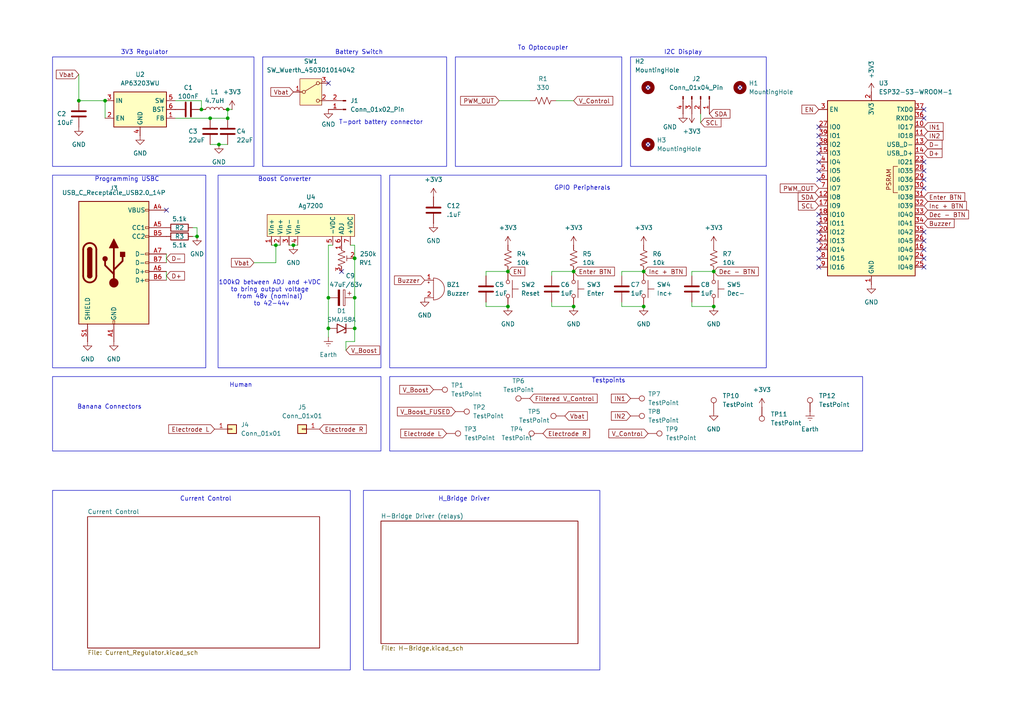
<source format=kicad_sch>
(kicad_sch (version 20250114) (generator "eeschema") (generator_version "9.0")
  (paper "A4")
  (lib_symbols
    (symbol "Connector:Conn_01x02_Pin" (pin_names (offset 1.016) (hide yes))
      (property "Reference" "J" (at 0 2.54 0))
      (property "Value" "Conn_01x02_Pin" (at 0 -5.08 0))
      (symbol "Conn_01x02_Pin_1_1"
        (rectangle (start 0.8636 0.127) (end 0 -0.127) (stroke (width 0.1524)) (fill (type outline)))
        (rectangle (start 0.8636 -2.413) (end 0 -2.667) (stroke (width 0.1524)) (fill (type outline)))
        (polyline (pts (xy 1.27 0) (xy 0.8636 0)) (stroke (width 0.1524)))
        (polyline (pts (xy 1.27 -2.54) (xy 0.8636 -2.54)) (stroke (width 0.1524)))
        (pin passive line (at 5.08 0 180) (length 3.81) (name "Pin_1") (number "1"))
        (pin passive line (at 5.08 -2.54 180) (length 3.81) (name "Pin_2") (number "2"))
      )
    )
    (symbol "Connector:Conn_01x04_Pin" (pin_names (offset 1.016) (hide yes))
      (property "Reference" "J" (at 0 5.08 0))
      (property "Value" "Conn_01x04_Pin" (at 0 -7.62 0))
      (symbol "Conn_01x04_Pin_1_1"
        (rectangle (start 0.8636 2.667) (end 0 2.413) (stroke (width 0.1524)) (fill (type outline)))
        (rectangle (start 0.8636 0.127) (end 0 -0.127) (stroke (width 0.1524)) (fill (type outline)))
        (rectangle (start 0.8636 -2.413) (end 0 -2.667) (stroke (width 0.1524)) (fill (type outline)))
        (rectangle (start 0.8636 -4.953) (end 0 -5.207) (stroke (width 0.1524)) (fill (type outline)))
        (polyline (pts (xy 1.27 2.54) (xy 0.8636 2.54)) (stroke (width 0.1524)))
        (polyline (pts (xy 1.27 0) (xy 0.8636 0)) (stroke (width 0.1524)))
        (polyline (pts (xy 1.27 -2.54) (xy 0.8636 -2.54)) (stroke (width 0.1524)))
        (polyline (pts (xy 1.27 -5.08) (xy 0.8636 -5.08)) (stroke (width 0.1524)))
        (pin passive line (at 5.08 2.54 180) (length 3.81) (name "Pin_1") (number "1"))
        (pin passive line (at 5.08 0 180) (length 3.81) (name "Pin_2") (number "2"))
        (pin passive line (at 5.08 -2.54 180) (length 3.81) (name "Pin_3") (number "3"))
        (pin passive line (at 5.08 -5.08 180) (length 3.81) (name "Pin_4") (number "4"))
      )
    )
    (symbol "Connector:TestPoint" (pin_numbers (hide yes)) (pin_names (offset 0.762) (hide yes))
      (property "Reference" "TP" (at 0 6.858 0))
      (property "Value" "TestPoint" (at 0 5.08 0))
      (symbol "TestPoint_0_1"
        (circle (center 0 3.302) (radius 0.762))
      )
      (symbol "TestPoint_1_1"
        (pin passive line (at 0 0 90) (length 2.54) (name "1") (number "1"))
      )
    )
    (symbol "Connector:USB_C_Receptacle_USB2.0_14P" (pin_names (offset 1.016))
      (property "Reference" "J" (at 0 22.225 0))
      (property "Value" "USB_C_Receptacle_USB2.0_14P" (at 0 19.685 0))
      (symbol "USB_C_Receptacle_USB2.0_14P_0_0"
        (rectangle (start -0.254 -17.78) (end 0.254 -16.764))
        (rectangle (start 10.16 15.494) (end 9.144 14.986))
        (rectangle (start 10.16 10.414) (end 9.144 9.906))
        (rectangle (start 10.16 7.874) (end 9.144 7.366))
        (rectangle (start 10.16 2.794) (end 9.144 2.286))
        (rectangle (start 10.16 0.254) (end 9.144 -0.254))
        (rectangle (start 10.16 -2.286) (end 9.144 -2.794))
        (rectangle (start 10.16 -4.826) (end 9.144 -5.334))
      )
      (symbol "USB_C_Receptacle_USB2.0_14P_0_1"
        (rectangle (start -10.16 17.78) (end 10.16 -17.78) (stroke (width 0.254)) (fill (type background)))
        (polyline (pts (xy -8.89 -3.81) (xy -8.89 3.81)) (stroke (width 0.508)))
        (rectangle (start -7.62 -3.81) (end -6.35 3.81) (stroke (width 0.254)) (fill (type outline)))
        (arc (start -7.62 3.81) (mid -6.985 4.4423) (end -6.35 3.81) (stroke (width 0.254)))
        (arc (start -7.62 3.81) (mid -6.985 4.4423) (end -6.35 3.81) (stroke (width 0.254)) (fill (type outline)))
        (arc (start -8.89 3.81) (mid -6.985 5.7067) (end -5.08 3.81) (stroke (width 0.508)))
        (arc (start -5.08 -3.81) (mid -6.985 -5.7067) (end -8.89 -3.81) (stroke (width 0.508)))
        (arc (start -6.35 -3.81) (mid -6.985 -4.4423) (end -7.62 -3.81) (stroke (width 0.254)))
        (arc (start -6.35 -3.81) (mid -6.985 -4.4423) (end -7.62 -3.81) (stroke (width 0.254)) (fill (type outline)))
        (polyline (pts (xy -5.08 3.81) (xy -5.08 -3.81)) (stroke (width 0.508)))
        (circle (center -2.54 1.143) (radius 0.635) (stroke (width 0.254)) (fill (type outline)))
        (polyline (pts (xy -1.27 4.318) (xy 0 6.858) (xy 1.27 4.318) (xy -1.27 4.318)) (stroke (width 0.254)) (fill (type outline)))
        (polyline (pts (xy 0 -2.032) (xy 2.54 0.508) (xy 2.54 1.778)) (stroke (width 0.508)))
        (polyline (pts (xy 0 -3.302) (xy -2.54 -0.762) (xy -2.54 0.508)) (stroke (width 0.508)))
        (polyline (pts (xy 0 -5.842) (xy 0 4.318)) (stroke (width 0.508)))
        (circle (center 0 -5.842) (radius 1.27) (fill (type outline)))
        (rectangle (start 1.905 1.778) (end 3.175 3.048) (stroke (width 0.254)) (fill (type outline)))
      )
      (symbol "USB_C_Receptacle_USB2.0_14P_1_1"
        (pin passive line (at -7.62 -22.86 90) (length 5.08) (name "SHIELD") (number "S1"))
        (pin passive line (at 0 -22.86 90) (length 5.08) (name "GND") (number "A1"))
        (pin passive line (at 0 -22.86 90) (length 5.08) (hide yes) (name "GND") (number "A12"))
        (pin passive line (at 0 -22.86 90) (length 5.08) (hide yes) (name "GND") (number "B1"))
        (pin passive line (at 0 -22.86 90) (length 5.08) (hide yes) (name "GND") (number "B12"))
        (pin passive line (at 15.24 15.24 180) (length 5.08) (name "VBUS") (number "A4"))
        (pin passive line (at 15.24 15.24 180) (length 5.08) (hide yes) (name "VBUS") (number "A9"))
        (pin passive line (at 15.24 15.24 180) (length 5.08) (hide yes) (name "VBUS") (number "B4"))
        (pin passive line (at 15.24 15.24 180) (length 5.08) (hide yes) (name "VBUS") (number "B9"))
        (pin bidirectional line (at 15.24 10.16 180) (length 5.08) (name "CC1") (number "A5"))
        (pin bidirectional line (at 15.24 7.62 180) (length 5.08) (name "CC2") (number "B5"))
        (pin bidirectional line (at 15.24 2.54 180) (length 5.08) (name "D-") (number "A7"))
        (pin bidirectional line (at 15.24 0 180) (length 5.08) (name "D-") (number "B7"))
        (pin bidirectional line (at 15.24 -2.54 180) (length 5.08) (name "D+") (number "A6"))
        (pin bidirectional line (at 15.24 -5.08 180) (length 5.08) (name "D+") (number "B6"))
      )
    )
    (symbol "Connector_Generic:Conn_01x01" (pin_names (offset 1.016) (hide yes))
      (property "Reference" "J" (at 0 2.54 0))
      (property "Value" "Conn_01x01" (at 0 -2.54 0))
      (symbol "Conn_01x01_1_1"
        (rectangle (start -1.27 1.27) (end 1.27 -1.27) (stroke (width 0.254)) (fill (type background)))
        (rectangle (start -1.27 0.127) (end 0 -0.127) (stroke (width 0.1524)))
        (pin passive line (at -5.08 0 0) (length 3.81) (name "Pin_1") (number "1"))
      )
    )
    (symbol "Converter_DCDC:Ag7200"
      (property "Reference" "U" (at 0 0 0))
      (symbol "Ag7200_1_1"
        (rectangle (start -12.7 -1.27) (end 12.7 -7.62) (fill (type color) (color 255 255 194 1)))
        (pin input line (at -11.43 -10.16 90) (length 2.54) (name "Vin+") (number "1"))
        (pin input line (at -8.89 -10.16 90) (length 2.54) (name "Vin+") (number "2"))
        (pin input line (at -6.35 -10.16 90) (length 2.54) (name "Vin-") (number "3"))
        (pin input line (at -3.81 -10.16 90) (length 2.54) (name "Vin-") (number "4"))
        (pin output line (at 6.35 -10.16 90) (length 2.54) (name "-VDC") (number "5"))
        (pin input line (at 8.89 -10.16 90) (length 2.54) (name "ADJ") (number "6"))
        (pin output line (at 11.43 -10.16 90) (length 2.54) (name "+VDC") (number "7"))
      )
    )
    (symbol "Device:Buzzer" (pin_names (offset 0.0254) (hide yes))
      (property "Reference" "BZ" (at 3.81 1.27 0))
      (property "Value" "Buzzer" (at 3.81 -1.27 0))
      (symbol "Buzzer_0_1"
        (polyline (pts (xy -1.651 1.905) (xy -1.143 1.905)))
        (polyline (pts (xy -1.397 2.159) (xy -1.397 1.651)))
        (arc (start 0 3.175) (mid 3.1612 0) (end 0 -3.175))
        (polyline (pts (xy 0 3.175) (xy 0 -3.175)))
      )
      (symbol "Buzzer_1_1"
        (pin passive line (at -2.54 2.54 0) (length 2.54) (name "+") (number "1"))
        (pin passive line (at -2.54 -2.54 0) (length 2.54) (name "-") (number "2"))
      )
    )
    (symbol "Device:C" (pin_numbers (hide yes)) (pin_names (offset 0.254))
      (property "Reference" "C" (at 0.635 2.54 0))
      (property "Value" "C" (at 0.635 -2.54 0))
      (symbol "C_0_1"
        (polyline (pts (xy -2.032 0.762) (xy 2.032 0.762)) (stroke (width 0.508)))
        (polyline (pts (xy -2.032 -0.762) (xy 2.032 -0.762)) (stroke (width 0.508)))
      )
      (symbol "C_1_1"
        (pin passive line (at 0 3.81 270) (length 2.794) (name "~") (number "1"))
        (pin passive line (at 0 -3.81 90) (length 2.794) (name "~") (number "2"))
      )
    )
    (symbol "Device:C_Polarized" (pin_numbers (hide yes)) (pin_names (offset 0.254))
      (property "Reference" "C" (at 0.635 2.54 0))
      (property "Value" "C_Polarized" (at 0.635 -2.54 0))
      (symbol "C_Polarized_0_1"
        (rectangle (start -2.286 0.508) (end 2.286 1.016))
        (polyline (pts (xy -1.778 2.286) (xy -0.762 2.286)))
        (polyline (pts (xy -1.27 2.794) (xy -1.27 1.778)))
        (rectangle (start 2.286 -0.508) (end -2.286 -1.016) (fill (type outline)))
      )
      (symbol "C_Polarized_1_1"
        (pin passive line (at 0 3.81 270) (length 2.794) (name "~") (number "1"))
        (pin passive line (at 0 -3.81 90) (length 2.794) (name "~") (number "2"))
      )
    )
    (symbol "Device:L" (pin_numbers (hide yes)) (pin_names (offset 1.016) (hide yes))
      (property "Reference" "L" (at -1.27 0 90))
      (property "Value" "L" (at 1.905 0 90))
      (symbol "L_0_1"
        (arc (start 0 2.54) (mid 0.6323 1.905) (end 0 1.27))
        (arc (start 0 1.27) (mid 0.6323 0.635) (end 0 0))
        (arc (start 0 0) (mid 0.6323 -0.635) (end 0 -1.27))
        (arc (start 0 -1.27) (mid 0.6323 -1.905) (end 0 -2.54))
      )
      (symbol "L_1_1"
        (pin passive line (at 0 3.81 270) (length 1.27) (name "1") (number "1"))
        (pin passive line (at 0 -3.81 90) (length 1.27) (name "2") (number "2"))
      )
    )
    (symbol "Device:R" (pin_numbers (hide yes)) (pin_names (offset 0))
      (property "Reference" "R" (at 2.032 0 90))
      (property "Value" "R" (at 0 0 90))
      (symbol "R_0_1"
        (rectangle (start -1.016 -2.54) (end 1.016 2.54) (stroke (width 0.254)))
      )
      (symbol "R_1_1"
        (pin passive line (at 0 3.81 270) (length 1.27) (name "~") (number "1"))
        (pin passive line (at 0 -3.81 90) (length 1.27) (name "~") (number "2"))
      )
    )
    (symbol "Device:R_Potentiometer_Trim_US" (pin_names (offset 1.016) (hide yes))
      (property "Reference" "RV" (at -4.445 0 90))
      (property "Value" "R_Potentiometer_Trim_US" (at -2.54 0 90))
      (symbol "R_Potentiometer_Trim_US_0_1"
        (polyline (pts (xy 0 2.286) (xy 0 2.54)))
        (polyline (pts (xy 0 2.286) (xy 1.016 1.905) (xy 0 1.524) (xy -1.016 1.143) (xy 0 0.762)))
        (polyline (pts (xy 0 0.762) (xy 1.016 0.381) (xy 0 0) (xy -1.016 -0.381) (xy 0 -0.762)))
        (polyline (pts (xy 0 -0.762) (xy 1.016 -1.143) (xy 0 -1.524) (xy -1.016 -1.905) (xy 0 -2.286)))
        (polyline (pts (xy 0 -2.286) (xy 0 -2.54)))
        (polyline (pts (xy 1.524 0.762) (xy 1.524 -0.762)))
        (polyline (pts (xy 2.54 0) (xy 1.524 0)))
      )
      (symbol "R_Potentiometer_Trim_US_1_1"
        (pin passive line (at 0 3.81 270) (length 1.27) (name "1") (number "1"))
        (pin passive line (at 0 -3.81 90) (length 1.27) (name "3") (number "3"))
        (pin passive line (at 3.81 0 180) (length 1.27) (name "2") (number "2"))
      )
    )
    (symbol "Device:R_US" (pin_numbers (hide yes)) (pin_names (offset 0))
      (property "Reference" "R" (at 2.54 0 90))
      (property "Value" "R_US" (at -2.54 0 90))
      (symbol "R_US_0_1"
        (polyline (pts (xy 0 2.286) (xy 0 2.54)))
        (polyline (pts (xy 0 2.286) (xy 1.016 1.905) (xy 0 1.524) (xy -1.016 1.143) (xy 0 0.762)))
        (polyline (pts (xy 0 0.762) (xy 1.016 0.381) (xy 0 0) (xy -1.016 -0.381) (xy 0 -0.762)))
        (polyline (pts (xy 0 -0.762) (xy 1.016 -1.143) (xy 0 -1.524) (xy -1.016 -1.905) (xy 0 -2.286)))
        (polyline (pts (xy 0 -2.286) (xy 0 -2.54)))
      )
      (symbol "R_US_1_1"
        (pin passive line (at 0 3.81 270) (length 1.27) (name "~") (number "1"))
        (pin passive line (at 0 -3.81 90) (length 1.27) (name "~") (number "2"))
      )
    )
    (symbol "Diode:SMAJ58A" (pin_numbers (hide yes)) (pin_names (offset 1.016) (hide yes))
      (property "Reference" "D" (at 0 2.54 0))
      (property "Value" "SMAJ58A" (at 0 -2.54 0))
      (symbol "SMAJ58A_0_1"
        (polyline (pts (xy -0.762 1.27) (xy -1.27 1.27) (xy -1.27 -1.27)) (stroke (width 0.254)))
        (polyline (pts (xy 1.27 1.27) (xy 1.27 -1.27) (xy -1.27 0) (xy 1.27 1.27)) (stroke (width 0.254)))
      )
      (symbol "SMAJ58A_1_1"
        (pin passive line (at -3.81 0 0) (length 2.54) (name "A1") (number "1"))
        (pin passive line (at 3.81 0 180) (length 2.54) (name "A2") (number "2"))
      )
    )
    (symbol "Mechanical:MountingHole" (pin_names (offset 1.016)) (in_bom no)
      (property "Reference" "H" (at 0 5.08 0))
      (property "Value" "MountingHole" (at 0 3.175 0))
      (symbol "MountingHole_0_1"
        (circle (center 0 0) (radius 1.27) (stroke (width 1.27)))
      )
    )
    (symbol "RF_Module:ESP32-S3-WROOM-1"
      (property "Reference" "U" (at -12.7 26.67 0))
      (property "Value" "ESP32-S3-WROOM-1" (at 12.7 26.67 0))
      (symbol "ESP32-S3-WROOM-1_0_0"
        (rectangle (start -12.7 25.4) (end 12.7 -25.4) (stroke (width 0.254)) (fill (type background)))
        (text "PSRAM" (at 5.08 2.54 900) (effects (font (size 1.27 1.27))))
      )
      (symbol "ESP32-S3-WROOM-1_0_1"
        (polyline (pts (xy 7.62 -1.27) (xy 6.35 -1.27) (xy 6.35 6.35) (xy 7.62 6.35)))
      )
      (symbol "ESP32-S3-WROOM-1_1_1"
        (pin input line (at -15.24 22.86 0) (length 2.54) (name "EN") (number "3"))
        (pin bidirectional line (at -15.24 17.78 0) (length 2.54) (name "IO0") (number "27"))
        (pin bidirectional line (at -15.24 15.24 0) (length 2.54) (name "IO1") (number "39"))
        (pin bidirectional line (at -15.24 12.7 0) (length 2.54) (name "IO2") (number "38"))
        (pin bidirectional line (at -15.24 10.16 0) (length 2.54) (name "IO3") (number "15"))
        (pin bidirectional line (at -15.24 7.62 0) (length 2.54) (name "IO4") (number "4"))
        (pin bidirectional line (at -15.24 5.08 0) (length 2.54) (name "IO5") (number "5"))
        (pin bidirectional line (at -15.24 2.54 0) (length 2.54) (name "IO6") (number "6"))
        (pin bidirectional line (at -15.24 0 0) (length 2.54) (name "IO7") (number "7"))
        (pin bidirectional line (at -15.24 -2.54 0) (length 2.54) (name "IO8") (number "12"))
        (pin bidirectional line (at -15.24 -5.08 0) (length 2.54) (name "IO9") (number "17"))
        (pin bidirectional line (at -15.24 -7.62 0) (length 2.54) (name "IO10") (number "18"))
        (pin bidirectional line (at -15.24 -10.16 0) (length 2.54) (name "IO11") (number "19"))
        (pin bidirectional line (at -15.24 -12.7 0) (length 2.54) (name "IO12") (number "20"))
        (pin bidirectional line (at -15.24 -15.24 0) (length 2.54) (name "IO13") (number "21"))
        (pin bidirectional line (at -15.24 -17.78 0) (length 2.54) (name "IO14") (number "22"))
        (pin bidirectional line (at -15.24 -20.32 0) (length 2.54) (name "IO15") (number "8"))
        (pin bidirectional line (at -15.24 -22.86 0) (length 2.54) (name "IO16") (number "9"))
        (pin power_in line (at 0 27.94 270) (length 2.54) (name "3V3") (number "2"))
        (pin power_in line (at 0 -27.94 90) (length 2.54) (name "GND") (number "1"))
        (pin passive line (at 0 -27.94 90) (length 2.54) (hide yes) (name "GND") (number "40"))
        (pin passive line (at 0 -27.94 90) (length 2.54) (hide yes) (name "GND") (number "41"))
        (pin bidirectional line (at 15.24 22.86 180) (length 2.54) (name "TXD0") (number "37"))
        (pin bidirectional line (at 15.24 20.32 180) (length 2.54) (name "RXD0") (number "36"))
        (pin bidirectional line (at 15.24 17.78 180) (length 2.54) (name "IO17") (number "10"))
        (pin bidirectional line (at 15.24 15.24 180) (length 2.54) (name "IO18") (number "11"))
        (pin bidirectional line (at 15.24 12.7 180) (length 2.54) (name "USB_D-") (number "13"))
        (pin bidirectional line (at 15.24 10.16 180) (length 2.54) (name "USB_D+") (number "14"))
        (pin bidirectional line (at 15.24 7.62 180) (length 2.54) (name "IO21") (number "23"))
        (pin bidirectional line (at 15.24 5.08 180) (length 2.54) (name "IO35") (number "28"))
        (pin bidirectional line (at 15.24 2.54 180) (length 2.54) (name "IO36") (number "29"))
        (pin bidirectional line (at 15.24 0 180) (length 2.54) (name "IO37") (number "30"))
        (pin bidirectional line (at 15.24 -2.54 180) (length 2.54) (name "IO38") (number "31"))
        (pin bidirectional line (at 15.24 -5.08 180) (length 2.54) (name "IO39") (number "32"))
        (pin bidirectional line (at 15.24 -7.62 180) (length 2.54) (name "IO40") (number "33"))
        (pin bidirectional line (at 15.24 -10.16 180) (length 2.54) (name "IO41") (number "34"))
        (pin bidirectional line (at 15.24 -12.7 180) (length 2.54) (name "IO42") (number "35"))
        (pin bidirectional line (at 15.24 -15.24 180) (length 2.54) (name "IO45") (number "26"))
        (pin bidirectional line (at 15.24 -17.78 180) (length 2.54) (name "IO46") (number "16"))
        (pin bidirectional line (at 15.24 -20.32 180) (length 2.54) (name "IO47") (number "24"))
        (pin bidirectional line (at 15.24 -22.86 180) (length 2.54) (name "IO48") (number "25"))
      )
    )
    (symbol "Regulator_Switching:AP63203WU"
      (property "Reference" "U" (at -7.62 6.35 0))
      (property "Value" "AP63203WU" (at 2.54 6.35 0))
      (symbol "AP63203WU_0_1"
        (rectangle (start -7.62 5.08) (end 7.62 -5.08) (stroke (width 0.254)) (fill (type background)))
      )
      (symbol "AP63203WU_1_1"
        (pin power_in line (at -10.16 2.54 0) (length 2.54) (name "IN") (number "3"))
        (pin input line (at -10.16 -2.54 0) (length 2.54) (name "EN") (number "2"))
        (pin power_in line (at 0 -7.62 90) (length 2.54) (name "GND") (number "4"))
        (pin output line (at 10.16 2.54 180) (length 2.54) (name "SW") (number "5"))
        (pin passive line (at 10.16 0 180) (length 2.54) (name "BST") (number "6"))
        (pin input line (at 10.16 -2.54 180) (length 2.54) (name "FB") (number "1"))
      )
    )
    (symbol "Switch:SW_Push" (pin_numbers (hide yes)) (pin_names (offset 1.016) (hide yes))
      (property "Reference" "SW" (at 1.27 2.54 0))
      (property "Value" "SW_Push" (at 0 -1.524 0))
      (symbol "SW_Push_0_1"
        (circle (center -2.032 0) (radius 0.508))
        (polyline (pts (xy 0 1.27) (xy 0 3.048)))
        (circle (center 2.032 0) (radius 0.508))
        (polyline (pts (xy 2.54 1.27) (xy -2.54 1.27)))
        (pin passive line (at -5.08 0 0) (length 2.54) (name "1") (number "1"))
        (pin passive line (at 5.08 0 180) (length 2.54) (name "2") (number "2"))
      )
    )
    (symbol "Switch:SW_Wuerth_450301014042" (pin_names (offset 1) (hide yes))
      (property "Reference" "SW" (at 0 5.08 0))
      (property "Value" "SW_Wuerth_450301014042" (at 0 -5.08 0))
      (symbol "SW_Wuerth_450301014042_0_1"
        (circle (center -2.032 0) (radius 0.4572))
        (polyline (pts (xy -1.651 0.254) (xy 1.651 2.286)))
        (circle (center 2.032 2.54) (radius 0.4572))
        (circle (center 2.032 -2.54) (radius 0.4572))
      )
      (symbol "SW_Wuerth_450301014042_1_1"
        (rectangle (start -3.175 3.81) (end 3.175 -3.81) (fill (type background)))
        (pin passive line (at -5.08 0 0) (length 2.54) (name "B") (number "1"))
        (pin passive line (at 5.08 2.54 180) (length 2.54) (name "A") (number "3"))
        (pin passive line (at 5.08 -2.54 180) (length 2.54) (name "C") (number "2"))
      )
    )
    (symbol "power:+3V3" (power) (pin_numbers (hide yes)) (pin_names (offset 0) (hide yes))
      (property "Value" "+3V3" (at 0 3.556 0))
      (symbol "+3V3_0_1"
        (polyline (pts (xy -0.762 1.27) (xy 0 2.54)))
        (polyline (pts (xy 0 2.54) (xy 0.762 1.27)))
        (polyline (pts (xy 0 0) (xy 0 2.54)))
      )
      (symbol "+3V3_1_1"
        (pin power_in line (at 0 0 90) (length 0) (name "~") (number "1"))
      )
    )
    (symbol "power:Earth" (power) (pin_numbers (hide yes)) (pin_names (offset 0) (hide yes))
      (property "Value" "Earth" (at 0 -3.81 0))
      (symbol "Earth_0_1"
        (polyline (pts (xy -0.635 -1.905) (xy 0.635 -1.905)))
        (polyline (pts (xy -0.127 -2.54) (xy 0.127 -2.54)))
        (polyline (pts (xy 0 -1.27) (xy 0 0)))
        (polyline (pts (xy 1.27 -1.27) (xy -1.27 -1.27)))
      )
      (symbol "Earth_1_1"
        (pin power_in line (at 0 0 270) (length 0) (name "~") (number "1"))
      )
    )
    (symbol "power:GND" (power) (pin_numbers (hide yes)) (pin_names (offset 0) (hide yes))
      (property "Value" "GND" (at 0 -3.81 0))
      (symbol "GND_0_1"
        (polyline (pts (xy 0 0) (xy 0 -1.27) (xy 1.27 -1.27) (xy 0 -2.54) (xy -1.27 -1.27) (xy 0 -1.27)))
      )
      (symbol "GND_1_1"
        (pin power_in line (at 0 0 270) (length 0) (name "~") (number "1"))
      )
    )
  )
  (rectangle (start 182.88 16.51) (end 222.25 48.26))
  (rectangle (start 105.41 142.24) (end 173.99 194.31))
  (rectangle (start 113.03 109.22) (end 250.19 130.81))
  (rectangle (start 76.2 16.51) (end 129.54 48.26))
  (rectangle (start 63.246 50.8) (end 110.49 106.68))
  (rectangle (start 15.24 50.8) (end 59.69 106.68))
  (rectangle (start 15.24 16.51) (end 73.66 48.26))
  (rectangle (start 15.24 142.24) (end 101.6 194.31))
  (rectangle (start 132.08 16.51) (end 180.34 48.26))
  (rectangle (start 113.03 50.8) (end 222.25 106.68))
  (rectangle (start 15.24 109.22) (end 110.49 130.81))
  (text "To Optocoupler" (at 157.48 13.97 0) (effects (font (size 1.27 1.27))))
  (text "3V3 Regulator" (at 41.91 15.24 0) (effects (font (size 1.27 1.27))))
  (text "Banana Connectors" (at 31.75 118.11 0) (effects (font (size 1.27 1.27))))
  (text "Testpoints" (at 176.53 110.49 0) (effects (font (size 1.27 1.27) (thickness 0.1588))))
  (text "Programming USBC" (at 36.83 52.07 0) (effects (font (size 1.27 1.27))))
  (text "Current Control" (at 59.69 144.78 0) (effects (font (size 1.27 1.27))))
  (text "T-port battery connector" (at 110.49 35.56 0) (effects (font (size 1.27 1.27))))
  (text "100kΩ between ADJ and +VDC \nto bring output voltage \nfrom 48v (nominal) \nto 42-44v" (at 78.74 85.09 0) (effects (font (size 1.27 1.27))))
  (text "H_Bridge Driver" (at 134.62 144.78 0) (effects (font (size 1.27 1.27))))
  (text "I2C Display" (at 198.12 15.24 0) (effects (font (size 1.27 1.27))))
  (text "GPIO Peripherals" (at 168.91 54.61 0) (effects (font (size 1.27 1.27))))
  (text "Battery Switch" (at 104.14 15.24 0) (effects (font (size 1.27 1.27))))
  (text "Human" (at 69.85 111.76 0) (effects (font (size 1.27 1.27))))
  (text "Boost Converter" (at 82.55 52.07 0) (effects (font (size 1.27 1.27))))
  (junction (at 186.69 88.9))
  (junction (at 207.01 88.9))
  (junction (at 102.87 95.25))
  (junction (at 58.42 31.75))
  (junction (at 166.37 88.9))
  (junction (at 147.32 88.9))
  (junction (at 57.15 68.58))
  (junction (at 186.69 78.74))
  (junction (at 166.37 78.74))
  (junction (at 95.25 95.25))
  (junction (at 102.87 74.93))
  (junction (at 207.01 78.74))
  (junction (at 66.04 31.75))
  (junction (at 95.25 86.36))
  (junction (at 30.48 29.21))
  (junction (at 102.87 86.36))
  (junction (at 60.96 34.29))
  (junction (at 147.32 78.74))
  (junction (at 80.01 71.12))
  (junction (at 85.09 71.12))
  (junction (at 66.04 34.29))
  (junction (at 63.5 41.91))
  (junction (at 22.86 29.21))
  (no_connect (at 237.49 64.77))
  (no_connect (at 237.49 77.47))
  (no_connect (at 237.49 69.85))
  (no_connect (at 267.97 31.75))
  (no_connect (at 237.49 39.37))
  (no_connect (at 267.97 34.29))
  (no_connect (at 237.49 49.53))
  (no_connect (at 237.49 41.91))
  (no_connect (at 237.49 74.93))
  (no_connect (at 267.97 46.99))
  (no_connect (at 237.49 52.07))
  (no_connect (at 267.97 67.31))
  (no_connect (at 237.49 46.99))
  (no_connect (at 187.96 41.91))
  (no_connect (at 267.97 77.47))
  (no_connect (at 267.97 69.85))
  (no_connect (at 267.97 74.93))
  (no_connect (at 237.49 67.31))
  (no_connect (at 187.96 25.4))
  (no_connect (at 48.26 60.96))
  (no_connect (at 237.49 72.39))
  (no_connect (at 267.97 49.53))
  (no_connect (at 99.06 78.74))
  (no_connect (at 237.49 36.83))
  (no_connect (at 95.25 24.13))
  (no_connect (at 237.49 44.45))
  (no_connect (at 267.97 54.61))
  (no_connect (at 214.63 25.4))
  (no_connect (at 237.49 62.23))
  (no_connect (at 267.97 52.07))
  (no_connect (at 267.97 72.39))
  (wire (pts (xy 22.86 21.59) (xy 22.86 29.21)))
  (wire (pts (xy 140.97 78.74) (xy 147.32 78.74)))
  (wire (pts (xy 48.26 73.66) (xy 48.26 76.2)))
  (wire (pts (xy 100.33 99.06) (xy 102.87 99.06)))
  (wire (pts (xy 200.66 88.9) (xy 200.66 87.63)))
  (wire (pts (xy 144.78 29.21) (xy 153.67 29.21)))
  (wire (pts (xy 95.25 86.36) (xy 95.25 95.25)))
  (wire (pts (xy 50.8 34.29) (xy 60.96 34.29)))
  (wire (pts (xy 140.97 80.01) (xy 140.97 78.74)))
  (wire (pts (xy 63.5 41.91) (xy 66.04 41.91)))
  (wire (pts (xy 160.02 88.9) (xy 160.02 87.63)))
  (wire (pts (xy 200.66 78.74) (xy 207.01 78.74)))
  (wire (pts (xy 160.02 88.9) (xy 166.37 88.9)))
  (wire (pts (xy 140.97 88.9) (xy 140.97 87.63)))
  (wire (pts (xy 50.8 29.21) (xy 58.42 29.21)))
  (wire (pts (xy 95.25 71.12) (xy 95.25 86.36)))
  (wire (pts (xy 57.15 66.04) (xy 55.88 66.04)))
  (wire (pts (xy 102.87 74.93) (xy 102.87 86.36)))
  (wire (pts (xy 30.48 29.21) (xy 30.48 34.29)))
  (wire (pts (xy 66.04 31.75) (xy 66.04 34.29)))
  (wire (pts (xy 80.01 71.12) (xy 78.74 71.12)))
  (wire (pts (xy 160.02 78.74) (xy 166.37 78.74)))
  (wire (pts (xy 57.15 66.04) (xy 57.15 68.58)))
  (wire (pts (xy 140.97 88.9) (xy 147.32 88.9)))
  (wire (pts (xy 203.2 35.56) (xy 203.2 33.02)))
  (wire (pts (xy 180.34 88.9) (xy 186.69 88.9)))
  (wire (pts (xy 102.87 86.36) (xy 102.87 95.25)))
  (wire (pts (xy 80.01 71.12) (xy 81.28 71.12)))
  (wire (pts (xy 85.09 71.12) (xy 86.36 71.12)))
  (wire (pts (xy 180.34 88.9) (xy 180.34 87.63)))
  (wire (pts (xy 161.29 29.21) (xy 166.37 29.21)))
  (wire (pts (xy 160.02 80.01) (xy 160.02 78.74)))
  (wire (pts (xy 73.66 76.2) (xy 80.01 76.2)))
  (wire (pts (xy 101.6 71.12) (xy 102.87 71.12)))
  (wire (pts (xy 80.01 76.2) (xy 80.01 71.12)))
  (wire (pts (xy 67.31 31.75) (xy 66.04 31.75)))
  (wire (pts (xy 102.87 99.06) (xy 102.87 95.25)))
  (wire (pts (xy 200.66 80.01) (xy 200.66 78.74)))
  (wire (pts (xy 58.42 29.21) (xy 58.42 31.75)))
  (wire (pts (xy 30.48 29.21) (xy 22.86 29.21)))
  (wire (pts (xy 100.33 99.06) (xy 100.33 101.6)))
  (wire (pts (xy 102.87 71.12) (xy 102.87 74.93)))
  (wire (pts (xy 95.25 71.12) (xy 96.52 71.12)))
  (wire (pts (xy 57.15 68.58) (xy 55.88 68.58)))
  (wire (pts (xy 83.82 71.12) (xy 85.09 71.12)))
  (wire (pts (xy 48.26 78.74) (xy 48.26 81.28)))
  (wire (pts (xy 200.66 88.9) (xy 207.01 88.9)))
  (wire (pts (xy 180.34 78.74) (xy 186.69 78.74)))
  (wire (pts (xy 180.34 80.01) (xy 180.34 78.74)))
  (wire (pts (xy 60.96 34.29) (xy 66.04 34.29)))
  (wire (pts (xy 95.25 95.25) (xy 95.25 97.79)))
  (wire (pts (xy 60.96 41.91) (xy 63.5 41.91)))
  (global_label "Vbat" (shape input) (at 22.86 21.59 180) (property "Intersheetrefs" "${INTERSHEET_REFS}" (effects (hide yes))))
  (global_label "IN2" (shape input) (at 182.88 120.65 180) (property "Intersheetrefs" "${INTERSHEET_REFS}" (effects (hide yes))))
  (global_label "IN1" (shape input) (at 267.97 36.83 0) (property "Intersheetrefs" "${INTERSHEET_REFS}" (effects (hide yes))))
  (global_label "Enter BTN" (shape input) (at 166.37 78.74 0) (property "Intersheetrefs" "${INTERSHEET_REFS}" (effects (hide yes))))
  (global_label "V_Boost_FUSED" (shape input) (at 132.08 119.38 180) (property "Intersheetrefs" "${INTERSHEET_REFS}" (effects (hide yes))))
  (global_label "V_Boost" (shape input) (at 125.73 113.03 180) (property "Intersheetrefs" "${INTERSHEET_REFS}" (effects (hide yes))))
  (global_label "EN" (shape input) (at 237.49 31.75 180) (property "Intersheetrefs" "${INTERSHEET_REFS}" (effects (hide yes))))
  (global_label "D+" (shape input) (at 267.97 44.45 0) (property "Intersheetrefs" "${INTERSHEET_REFS}" (effects (hide yes))))
  (global_label "D-" (shape input) (at 48.26 74.93 0) (property "Intersheetrefs" "${INTERSHEET_REFS}" (effects (hide yes))))
  (global_label "V_Control" (shape input) (at 187.96 125.73 180) (property "Intersheetrefs" "${INTERSHEET_REFS}" (effects (hide yes))))
  (global_label "IN2" (shape input) (at 267.97 39.37 0) (property "Intersheetrefs" "${INTERSHEET_REFS}" (effects (hide yes))))
  (global_label "Buzzer" (shape input) (at 267.97 64.77 0) (property "Intersheetrefs" "${INTERSHEET_REFS}" (effects (hide yes))))
  (global_label "PWM_OUT" (shape input) (at 237.49 54.61 180) (property "Intersheetrefs" "${INTERSHEET_REFS}" (effects (hide yes))))
  (global_label "Inc + BTN" (shape input) (at 267.97 59.69 0) (property "Intersheetrefs" "${INTERSHEET_REFS}" (effects (hide yes))))
  (global_label "Electrode L" (shape input) (at 62.23 124.46 180) (property "Intersheetrefs" "${INTERSHEET_REFS}" (effects (hide yes))))
  (global_label "SDA" (shape input) (at 205.74 33.02 0) (property "Intersheetrefs" "${INTERSHEET_REFS}" (effects (hide yes))))
  (global_label "SCL" (shape input) (at 237.49 59.69 180) (property "Intersheetrefs" "${INTERSHEET_REFS}" (effects (hide yes))))
  (global_label "Vbat" (shape input) (at 73.66 76.2 180) (property "Intersheetrefs" "${INTERSHEET_REFS}" (effects (hide yes))))
  (global_label "Electrode R" (shape input) (at 157.48 125.73 0) (property "Intersheetrefs" "${INTERSHEET_REFS}" (effects (hide yes))))
  (global_label "Dec - BTN" (shape input) (at 207.01 78.74 0) (property "Intersheetrefs" "${INTERSHEET_REFS}" (effects (hide yes))))
  (global_label "Enter BTN" (shape input) (at 267.97 57.15 0) (property "Intersheetrefs" "${INTERSHEET_REFS}" (effects (hide yes))))
  (global_label "PWM_OUT" (shape input) (at 144.78 29.21 180) (property "Intersheetrefs" "${INTERSHEET_REFS}" (effects (hide yes))))
  (global_label "Buzzer" (shape input) (at 123.19 81.28 180) (property "Intersheetrefs" "${INTERSHEET_REFS}" (effects (hide yes))))
  (global_label "Electrode L" (shape input) (at 129.54 125.73 180) (property "Intersheetrefs" "${INTERSHEET_REFS}" (effects (hide yes))))
  (global_label "SCL" (shape input) (at 203.2 35.56 0) (property "Intersheetrefs" "${INTERSHEET_REFS}" (effects (hide yes))))
  (global_label "Vbat" (shape input) (at 85.09 26.67 180) (property "Intersheetrefs" "${INTERSHEET_REFS}" (effects (hide yes))))
  (global_label "SDA" (shape input) (at 237.49 57.15 180) (property "Intersheetrefs" "${INTERSHEET_REFS}" (effects (hide yes))))
  (global_label "Filtered V_Control" (shape input) (at 153.67 115.57 0) (property "Intersheetrefs" "${INTERSHEET_REFS}" (effects (hide yes))))
  (global_label "Vbat" (shape input) (at 163.83 120.65 0) (property "Intersheetrefs" "${INTERSHEET_REFS}" (effects (hide yes))))
  (global_label "Electrode R" (shape input) (at 92.71 124.46 0) (property "Intersheetrefs" "${INTERSHEET_REFS}" (effects (hide yes))))
  (global_label "V_Boost" (shape input) (at 100.33 101.6 0) (property "Intersheetrefs" "${INTERSHEET_REFS}" (effects (hide yes))))
  (global_label "EN" (shape input) (at 147.32 78.74 0) (property "Intersheetrefs" "${INTERSHEET_REFS}" (effects (hide yes))))
  (global_label "D-" (shape input) (at 267.97 41.91 0) (property "Intersheetrefs" "${INTERSHEET_REFS}" (effects (hide yes))))
  (global_label "IN1" (shape input) (at 182.88 115.57 180) (property "Intersheetrefs" "${INTERSHEET_REFS}" (effects (hide yes))))
  (global_label "Dec - BTN" (shape input) (at 267.97 62.23 0) (property "Intersheetrefs" "${INTERSHEET_REFS}" (effects (hide yes))))
  (global_label "D+" (shape input) (at 48.26 80.01 0) (property "Intersheetrefs" "${INTERSHEET_REFS}" (effects (hide yes))))
  (global_label "V_Control" (shape input) (at 166.37 29.21 0) (property "Intersheetrefs" "${INTERSHEET_REFS}" (effects (hide yes))))
  (global_label "Inc + BTN" (shape input) (at 186.69 78.74 0) (property "Intersheetrefs" "${INTERSHEET_REFS}" (effects (hide yes))))
  (symbol (lib_id "Switch:SW_Push") (at 207.01 83.82 270) (unit 1)
    (property "Reference" "SW5" (at 210.82 82.5499 90) (effects (justify left)))
    (property "Value" "Dec-" (at 210.82 85.0899 90) (effects (justify left)))
    (property "Footprint" "Button_Switch_THT:SW_PUSH-12mm" (effects (hide yes)))
    (property "Description" "Push button switch, generic, two pins" (effects (hide yes)))
  )
  (symbol (lib_id "Device:R_US") (at 147.32 74.93 0) (unit 1)
    (property "Reference" "R4" (at 149.86 73.6599 0) (effects (justify left)))
    (property "Value" "10k" (at 149.86 76.1999 0) (effects (justify left)))
    (property "Footprint" "Resistor_SMD:R_0805_2012Metric_Pad1.20x1.40mm_HandSolder" (effects (hide yes)))
    (property "Description" "Resistor, US symbol" (effects (hide yes)))
  )
  (symbol (lib_id "Switch:SW_Wuerth_450301014042") (at 90.17 26.67 0) (unit 1)
    (property "Reference" "SW1" (at 90.17 17.78 0))
    (property "Value" "SW_Wuerth_450301014042" (at 90.17 20.32 0))
    (property "Footprint" "Button_Switch_THT:SW_Slide-03_Wuerth-WS-SLTV_10x2.5x6.4_P2.54mm" (effects (hide yes)))
    (property "Datasheet" "https://www.we-online.com/components/products/datasheet/450301014042.pdf" (effects (hide yes)))
    (property "Description" "Switch slide, single pole double throw" (effects (hide yes)))
  )
  (symbol (lib_id "power:+3V3") (at 252.73 26.67 0) (unit 1)
    (property "Reference" "#PWR03" (effects (hide yes)))
    (property "Value" "+3V3" (at 252.7299 22.86 90) (effects (justify left)))
    (property "Description" "Power symbol creates a global label with name \"+3V3\"" (effects (hide yes)))
  )
  (symbol (lib_id "power:GND") (at 147.32 88.9 0) (unit 1)
    (property "Reference" "#PWR017" (effects (hide yes)))
    (property "Value" "GND" (at 147.32 93.98 0))
    (property "Description" "Power symbol creates a global label with name \"GND\" , ground" (effects (hide yes)))
  )
  (symbol (lib_id "power:GND") (at 22.86 36.83 0) (unit 1)
    (property "Reference" "#PWR06" (effects (hide yes)))
    (property "Value" "GND" (at 22.86 41.91 0))
    (property "Description" "Power symbol creates a global label with name \"GND\" , ground" (effects (hide yes)))
  )
  (symbol (lib_id "Device:C") (at 180.34 83.82 0) (unit 1)
    (property "Reference" "C7" (at 182.88 82.55 0) (effects (justify left)))
    (property "Value" "1uF" (at 182.88 85.09 0) (effects (justify left)))
    (property "Footprint" "Capacitor_SMD:C_0805_2012Metric_Pad1.18x1.45mm_HandSolder" (effects (hide yes)))
    (property "Description" "Unpolarized capacitor" (effects (hide yes)))
  )
  (symbol (lib_id "power:+3V3") (at 220.98 118.11 0) (unit 1)
    (property "Reference" "#PWR034" (effects (hide yes)))
    (property "Value" "+3V3" (at 220.98 113.03 0))
    (property "Description" "Power symbol creates a global label with name \"+3V3\"" (effects (hide yes)))
  )
  (symbol (lib_id "Connector:TestPoint") (at 182.88 115.57 270) (unit 1)
    (property "Reference" "TP7" (at 187.96 114.2999 90) (effects (justify left)))
    (property "Value" "TestPoint" (at 187.96 116.8399 90) (effects (justify left)))
    (property "Footprint" "TestPoint:TestPoint_Pad_D2.0mm" (effects (hide yes)))
    (property "Description" "test point" (effects (hide yes)))
  )
  (symbol (lib_id "power:+3V3") (at 207.01 71.12 0) (unit 1)
    (property "Reference" "#PWR014" (effects (hide yes)))
    (property "Value" "+3V3" (at 207.01 66.04 0))
    (property "Description" "Power symbol creates a global label with name \"+3V3\"" (effects (hide yes)))
  )
  (symbol (lib_id "power:GND") (at 125.73 64.77 0) (unit 1)
    (property "Reference" "#PWR037" (effects (hide yes)))
    (property "Value" "GND" (at 125.73 69.85 0))
    (property "Description" "Power symbol creates a global label with name \"GND\" , ground" (effects (hide yes)))
  )
  (symbol (lib_id "Connector_Generic:Conn_01x01") (at 87.63 124.46 180) (unit 1)
    (property "Reference" "J5" (at 87.63 118.11 0))
    (property "Value" "Conn_01x01" (at 87.63 120.65 0))
    (property "Footprint" "Connector:Banana_Cliff_FCR7350R_S16N-PC_Horizontal" (effects (hide yes)))
    (property "Description" "Generic connector, single row, 01x01, script generated (kicad-library-utils/schlib/autogen/connector/)" (effects (hide yes)))
  )
  (symbol (lib_id "power:GND") (at 57.15 68.58 0) (unit 1)
    (property "Reference" "#PWR09" (effects (hide yes)))
    (property "Value" "GND" (at 57.15 73.66 0))
    (property "Description" "Power symbol creates a global label with name \"GND\" , ground" (effects (hide yes)))
  )
  (symbol (lib_id "power:+3V3") (at 67.31 31.75 0) (unit 1)
    (property "Reference" "#PWR04" (effects (hide yes)))
    (property "Value" "+3V3" (at 67.31 26.67 0))
    (property "Description" "Power symbol creates a global label with name \"+3V3\"" (effects (hide yes)))
  )
  (symbol (lib_id "Regulator_Switching:AP63203WU") (at 40.64 31.75 0) (unit 1)
    (property "Reference" "U2" (at 40.64 21.59 0))
    (property "Value" "AP63203WU" (at 40.64 24.13 0))
    (property "Footprint" "Package_TO_SOT_SMD:TSOT-23-6" (effects (hide yes)))
    (property "Datasheet" "https://www.diodes.com/assets/Datasheets/AP63200-AP63201-AP63203-AP63205.pdf" (effects (hide yes)))
    (property "Description" "2A, 1.1MHz Buck DC/DC Converter, fixed 3.3V output voltage, TSOT-23-6" (effects (hide yes)))
  )
  (symbol (lib_id "Device:R") (at 52.07 66.04 90) (unit 1)
    (property "Reference" "R2" (at 52.07 66.04 90))
    (property "Value" "5.1k" (at 52.07 63.5 90))
    (property "Footprint" "Resistor_SMD:R_0805_2012Metric_Pad1.20x1.40mm_HandSolder" (effects (hide yes)))
    (property "Description" "Resistor" (effects (hide yes)))
  )
  (symbol (lib_id "Connector:TestPoint") (at 220.98 118.11 180) (unit 1)
    (property "Reference" "TP11" (at 223.52 120.1419 0) (effects (justify right)))
    (property "Value" "TestPoint" (at 223.52 122.6819 0) (effects (justify right)))
    (property "Footprint" "TestPoint:TestPoint_Pad_D2.0mm" (effects (hide yes)))
    (property "Description" "test point" (effects (hide yes)))
  )
  (symbol (lib_id "Device:L") (at 62.23 31.75 90) (unit 1)
    (property "Reference" "L1" (at 62.23 26.67 90))
    (property "Value" "4.7uH" (at 62.23 29.21 90))
    (property "Footprint" "Inductor_SMD:L_7.3x7.3_H4.5" (effects (hide yes)))
    (property "Description" "Inductor" (effects (hide yes)))
  )
  (symbol (lib_id "Device:C") (at 200.66 83.82 0) (unit 1)
    (property "Reference" "C8" (at 203.2 82.55 0) (effects (justify left)))
    (property "Value" "1uF" (at 203.2 85.09 0) (effects (justify left)))
    (property "Footprint" "Capacitor_SMD:C_0805_2012Metric_Pad1.18x1.45mm_HandSolder" (effects (hide yes)))
    (property "Description" "Unpolarized capacitor" (effects (hide yes)))
  )
  (symbol (lib_id "Device:C") (at 160.02 83.82 0) (unit 1)
    (property "Reference" "C6" (at 162.56 82.55 0) (effects (justify left)))
    (property "Value" "1uF" (at 162.56 85.09 0) (effects (justify left)))
    (property "Footprint" "Capacitor_SMD:C_0805_2012Metric_Pad1.18x1.45mm_HandSolder" (effects (hide yes)))
    (property "Description" "Unpolarized capacitor" (effects (hide yes)))
  )
  (symbol (lib_id "Device:C") (at 66.04 38.1 0) (unit 1)
    (property "Reference" "C4" (at 68.58 38.1 0) (effects (justify left)))
    (property "Value" "22uF" (at 68.58 40.64 0) (effects (justify left)))
    (property "Footprint" "Capacitor_SMD:CP_Elec_5x3" (effects (hide yes)))
    (property "Description" "Unpolarized capacitor" (effects (hide yes)))
  )
  (symbol (lib_id "Device:R") (at 52.07 68.58 90) (unit 1)
    (property "Reference" "R3" (at 52.07 68.58 90))
    (property "Value" "5.1k" (at 52.07 71.12 90))
    (property "Footprint" "Resistor_SMD:R_0805_2012Metric_Pad1.20x1.40mm_HandSolder" (effects (hide yes)))
    (property "Description" "Resistor" (effects (hide yes)))
  )
  (symbol (lib_id "Device:Buzzer") (at 125.73 83.82 0) (unit 1)
    (property "Reference" "BZ1" (at 129.54 82.5499 0) (effects (justify left)))
    (property "Value" "Buzzer" (at 129.54 85.0899 0) (effects (justify left)))
    (property "Footprint" "Buzzer_Beeper:Buzzer_TDK_PS1240P02BT_D12.2mm_H6.5mm" (effects (hide yes)))
    (property "Description" "Buzzer, polarized" (effects (hide yes)))
  )
  (symbol (lib_id "power:GND") (at 252.73 82.55 0) (unit 1)
    (property "Reference" "#PWR015" (effects (hide yes)))
    (property "Value" "GND" (at 252.73 87.63 0))
    (property "Description" "Power symbol creates a global label with name \"GND\" , ground" (effects (hide yes)))
  )
  (symbol (lib_id "Switch:SW_Push") (at 166.37 83.82 270) (unit 1)
    (property "Reference" "SW3" (at 170.18 82.5499 90) (effects (justify left)))
    (property "Value" "Enter" (at 170.18 85.0899 90) (effects (justify left)))
    (property "Footprint" "Button_Switch_THT:SW_PUSH-12mm" (effects (hide yes)))
    (property "Description" "Push button switch, generic, two pins" (effects (hide yes)))
  )
  (symbol (lib_id "Device:R_US") (at 157.48 29.21 90) (unit 1)
    (property "Reference" "R1" (at 157.48 22.86 90))
    (property "Value" "330" (at 157.48 25.4 90))
    (property "Footprint" "Resistor_SMD:R_0805_2012Metric_Pad1.20x1.40mm_HandSolder" (effects (hide yes)))
    (property "Description" "Resistor, US symbol" (effects (hide yes)))
  )
  (symbol (lib_id "Device:C") (at 22.86 33.02 0) (unit 1)
    (property "Reference" "C2" (at 16.51 33.02 0) (effects (justify left)))
    (property "Value" "10uF" (at 16.51 35.56 0) (effects (justify left)))
    (property "Footprint" "Capacitor_SMD:C_0805_2012Metric_Pad1.18x1.45mm_HandSolder" (effects (hide yes)))
    (property "Description" "Unpolarized capacitor" (effects (hide yes)))
  )
  (symbol (lib_id "power:+3V3") (at 200.66 33.02 180) (unit 1)
    (property "Reference" "#PWR039" (effects (hide yes)))
    (property "Value" "+3V3" (at 200.66 38.1 0))
    (property "Description" "Power symbol creates a global label with name \"+3V3\"" (effects (hide yes)))
  )
  (symbol (lib_id "Connector_Generic:Conn_01x01") (at 67.31 124.46 0) (unit 1)
    (property "Reference" "J4" (at 69.85 123.1899 0) (effects (justify left)))
    (property "Value" "Conn_01x01" (at 69.85 125.7299 0) (effects (justify left)))
    (property "Footprint" "Connector:Banana_Cliff_FCR7350B_S16N-PC_Horizontal" (effects (hide yes)))
    (property "Description" "Generic connector, single row, 01x01, script generated (kicad-library-utils/schlib/autogen/connector/)" (effects (hide yes)))
  )
  (symbol (lib_id "power:GND") (at 166.37 88.9 0) (unit 1)
    (property "Reference" "#PWR018" (effects (hide yes)))
    (property "Value" "GND" (at 166.37 93.98 0))
    (property "Description" "Power symbol creates a global label with name \"GND\" , ground" (effects (hide yes)))
  )
  (symbol (lib_id "Device:C_Polarized") (at 99.06 86.36 270) (unit 1)
    (property "Reference" "C9" (at 101.6 80.01 90))
    (property "Value" "47uF/63v" (at 100.33 82.55 90))
    (property "Footprint" "Capacitor_SMD:CP_Elec_8x10" (effects (hide yes)))
    (property "Description" "Polarized capacitor" (effects (hide yes)))
  )
  (symbol (lib_id "Mechanical:MountingHole") (at 187.96 41.91 0) (unit 1) (in_bom no)
    (property "Reference" "H3" (at 190.5 40.6399 0) (effects (justify left)))
    (property "Value" "MountingHole" (at 190.5 43.1799 0) (effects (justify left)))
    (property "Footprint" "MountingHole:MountingHole_2.2mm_M2_Pad_TopBottom" (effects (hide yes)))
    (property "Description" "Mounting Hole without connection" (effects (hide yes)))
  )
  (symbol (lib_id "power:GND") (at 25.4 99.06 0) (unit 1)
    (property "Reference" "#PWR022" (effects (hide yes)))
    (property "Value" "GND" (at 25.4 104.14 0))
    (property "Description" "Power symbol creates a global label with name \"GND\" , ground" (effects (hide yes)))
  )
  (symbol (lib_id "Switch:SW_Push") (at 186.69 83.82 270) (unit 1)
    (property "Reference" "SW4" (at 190.5 82.5499 90) (effects (justify left)))
    (property "Value" "Inc+" (at 190.5 85.0899 90) (effects (justify left)))
    (property "Footprint" "Button_Switch_THT:SW_PUSH-12mm" (effects (hide yes)))
    (property "Description" "Push button switch, generic, two pins" (effects (hide yes)))
  )
  (symbol (lib_id "Connector:TestPoint") (at 182.88 120.65 270) (unit 1)
    (property "Reference" "TP8" (at 187.96 119.3799 90) (effects (justify left)))
    (property "Value" "TestPoint" (at 187.96 121.9199 90) (effects (justify left)))
    (property "Footprint" "TestPoint:TestPoint_Pad_D2.0mm" (effects (hide yes)))
    (property "Description" "test point" (effects (hide yes)))
  )
  (symbol (lib_id "Device:C") (at 54.61 31.75 90) (unit 1)
    (property "Reference" "C1" (at 54.61 25.4 90))
    (property "Value" "100nF" (at 54.61 27.94 90))
    (property "Footprint" "Capacitor_SMD:C_0805_2012Metric_Pad1.18x1.45mm_HandSolder" (effects (hide yes)))
    (property "Description" "Unpolarized capacitor" (effects (hide yes)))
  )
  (symbol (lib_id "power:GND") (at 186.69 88.9 0) (unit 1)
    (property "Reference" "#PWR019" (effects (hide yes)))
    (property "Value" "GND" (at 186.69 93.98 0))
    (property "Description" "Power symbol creates a global label with name \"GND\" , ground" (effects (hide yes)))
  )
  (symbol (lib_id "Device:R_US") (at 166.37 74.93 0) (unit 1)
    (property "Reference" "R5" (at 168.91 73.6599 0) (effects (justify left)))
    (property "Value" "10k" (at 168.91 76.1999 0) (effects (justify left)))
    (property "Footprint" "Resistor_SMD:R_0805_2012Metric_Pad1.20x1.40mm_HandSolder" (effects (hide yes)))
    (property "Description" "Resistor, US symbol" (effects (hide yes)))
  )
  (symbol (lib_id "Device:R_Potentiometer_Trim_US") (at 99.06 74.93 0) (unit 1)
    (property "Reference" "RV1" (at 107.95 76.2 0) (effects (justify right)))
    (property "Value" "250k" (at 109.22 73.66 0) (effects (justify right)))
    (property "Footprint" "Potentiometer_SMD:Potentiometer_Bourns_3314G_Vertical" (effects (hide yes)))
    (property "Description" "Trim-potentiometer, US symbol" (effects (hide yes)))
  )
  (symbol (lib_id "Connector:TestPoint") (at 125.73 113.03 270) (unit 1)
    (property "Reference" "TP1" (at 130.81 111.7599 90) (effects (justify left)))
    (property "Value" "TestPoint" (at 130.81 114.2999 90) (effects (justify left)))
    (property "Footprint" "TestPoint:TestPoint_Pad_D2.0mm" (effects (hide yes)))
    (property "Description" "test point" (effects (hide yes)))
  )
  (symbol (lib_id "Converter_DCDC:Ag7200") (at 90.17 60.96 0) (unit 1)
    (property "Reference" "U4" (at 90.17 57.15 0))
    (property "Value" "Ag7200" (at 90.17 59.69 0))
    (property "Footprint" "Converter_DCDC:Ag7200" (effects (hide yes)))
  )
  (symbol (lib_id "power:GND") (at 207.01 88.9 0) (unit 1)
    (property "Reference" "#PWR020" (effects (hide yes)))
    (property "Value" "GND" (at 207.01 93.98 0))
    (property "Description" "Power symbol creates a global label with name \"GND\" , ground" (effects (hide yes)))
  )
  (symbol (lib_id "power:GND") (at 33.02 99.06 0) (unit 1)
    (property "Reference" "#PWR023" (effects (hide yes)))
    (property "Value" "GND" (at 33.02 104.14 0))
    (property "Description" "Power symbol creates a global label with name \"GND\" , ground" (effects (hide yes)))
  )
  (symbol (lib_id "Device:C") (at 125.73 60.96 0) (unit 1)
    (property "Reference" "C12" (at 129.54 59.6899 0) (effects (justify left)))
    (property "Value" ".1uF" (at 129.54 62.2299 0) (effects (justify left)))
    (property "Footprint" "Capacitor_SMD:C_0805_2012Metric_Pad1.18x1.45mm_HandSolder" (effects (hide yes)))
    (property "Description" "Unpolarized capacitor" (effects (hide yes)))
  )
  (symbol (lib_id "power:GND") (at 85.09 71.12 0) (unit 1)
    (property "Reference" "#PWR010" (effects (hide yes)))
    (property "Value" "GND" (at 85.09 76.2 0))
    (property "Description" "Power symbol creates a global label with name \"GND\" , ground" (effects (hide yes)))
  )
  (symbol (lib_id "Connector:Conn_01x02_Pin") (at 100.33 31.75 180) (unit 1)
    (property "Reference" "J1" (at 101.6 29.2099 0) (effects (justify right)))
    (property "Value" "Conn_01x02_Pin" (at 101.6 31.7499 0) (effects (justify right)))
    (property "Footprint" "TestPoint:TestPoint_2Pads_Pitch5.08mm_Drill1.3mm" (effects (hide yes)))
    (property "Description" "Generic connector, single row, 01x02, script generated" (effects (hide yes)))
  )
  (symbol (lib_id "Device:C") (at 140.97 83.82 0) (unit 1)
    (property "Reference" "C5" (at 143.51 82.55 0) (effects (justify left)))
    (property "Value" "1uF" (at 143.51 85.09 0) (effects (justify left)))
    (property "Footprint" "Capacitor_SMD:C_0805_2012Metric_Pad1.18x1.45mm_HandSolder" (effects (hide yes)))
    (property "Description" "Unpolarized capacitor" (effects (hide yes)))
  )
  (symbol (lib_id "Switch:SW_Push") (at 147.32 83.82 270) (unit 1)
    (property "Reference" "SW2" (at 151.13 82.5499 90) (effects (justify left)))
    (property "Value" "Reset" (at 151.13 85.0899 90) (effects (justify left)))
    (property "Footprint" "Button_Switch_THT:SW_Tactile_SKHH_Angled" (effects (hide yes)))
    (property "Description" "Push button switch, generic, two pins" (effects (hide yes)))
  )
  (symbol (lib_id "Mechanical:MountingHole") (at 187.96 25.4 0) (unit 1) (in_bom no)
    (property "Reference" "H2" (at 184.15 17.78 0) (effects (justify left)))
    (property "Value" "MountingHole" (at 184.15 20.32 0) (effects (justify left)))
    (property "Footprint" "MountingHole:MountingHole_2.2mm_M2_Pad_TopBottom" (effects (hide yes)))
    (property "Description" "Mounting Hole without connection" (effects (hide yes)))
  )
  (symbol (lib_id "power:+3V3") (at 147.32 71.12 0) (unit 1)
    (property "Reference" "#PWR011" (effects (hide yes)))
    (property "Value" "+3V3" (at 147.32 66.04 0))
    (property "Description" "Power symbol creates a global label with name \"+3V3\"" (effects (hide yes)))
  )
  (symbol (lib_id "Diode:SMAJ58A") (at 99.06 95.25 180) (unit 1)
    (property "Reference" "D1" (at 99.06 90.17 0))
    (property "Value" "SMAJ58A" (at 99.06 92.71 0))
    (property "Footprint" "Diode_SMD:D_SMA" (effects (hide yes)))
    (property "Datasheet" "https://www.littelfuse.com/media?resourcetype=datasheets&itemid=75e32973-b177-4ee3-a0ff-cedaf1abdb93&filename=smaj-datasheet" (effects (hide yes)))
    (property "Description" "400W unidirectional Transient Voltage Suppressor, 58.0Vr, SMA(DO-214AC)" (effects (hide yes)))
  )
  (symbol (lib_id "power:+3V3") (at 186.69 71.12 0) (unit 1)
    (property "Reference" "#PWR013" (effects (hide yes)))
    (property "Value" "+3V3" (at 186.69 66.04 0))
    (property "Description" "Power symbol creates a global label with name \"+3V3\"" (effects (hide yes)))
  )
  (symbol (lib_id "Connector:TestPoint") (at 234.95 119.38 0) (unit 1)
    (property "Reference" "TP12" (at 237.49 114.8079 0) (effects (justify left)))
    (property "Value" "TestPoint" (at 237.49 117.3479 0) (effects (justify left)))
    (property "Footprint" "TestPoint:TestPoint_Pad_D2.0mm" (effects (hide yes)))
    (property "Description" "test point" (effects (hide yes)))
  )
  (symbol (lib_id "Device:C") (at 60.96 38.1 0) (unit 1)
    (property "Reference" "C3" (at 54.61 38.1 0) (effects (justify left)))
    (property "Value" "22uF" (at 54.61 40.64 0) (effects (justify left)))
    (property "Footprint" "Capacitor_SMD:CP_Elec_5x3" (effects (hide yes)))
    (property "Description" "Unpolarized capacitor" (effects (hide yes)))
  )
  (symbol (lib_id "Device:R_US") (at 207.01 74.93 0) (unit 1)
    (property "Reference" "R7" (at 209.55 73.6599 0) (effects (justify left)))
    (property "Value" "10k" (at 209.55 76.1999 0) (effects (justify left)))
    (property "Footprint" "Resistor_SMD:R_0805_2012Metric_Pad1.20x1.40mm_HandSolder" (effects (hide yes)))
    (property "Description" "Resistor, US symbol" (effects (hide yes)))
  )
  (symbol (lib_id "Connector:TestPoint") (at 157.48 125.73 90) (unit 1)
    (property "Reference" "TP4" (at 149.86 124.46 90))
    (property "Value" "TestPoint" (at 149.86 127 90))
    (property "Footprint" "TestPoint:TestPoint_Pad_D2.0mm" (effects (hide yes)))
    (property "Description" "test point" (effects (hide yes)))
  )
  (symbol (lib_id "power:Earth") (at 95.25 97.79 0) (unit 1)
    (property "Reference" "#PWR021" (effects (hide yes)))
    (property "Value" "Earth" (at 95.25 102.87 0))
    (property "Description" "Power symbol creates a global label with name \"Earth\"" (effects (hide yes)))
  )
  (symbol (lib_id "power:+3V3") (at 125.73 57.15 0) (unit 1)
    (property "Reference" "#PWR036" (effects (hide yes)))
    (property "Value" "+3V3" (at 125.73 52.07 0))
    (property "Description" "Power symbol creates a global label with name \"+3V3\"" (effects (hide yes)))
  )
  (symbol (lib_id "power:GND") (at 207.01 119.38 0) (unit 1)
    (property "Reference" "#PWR033" (effects (hide yes)))
    (property "Value" "GND" (at 207.01 124.46 0))
    (property "Description" "Power symbol creates a global label with name \"GND\" , ground" (effects (hide yes)))
  )
  (symbol (lib_id "power:GND") (at 95.25 31.75 0) (unit 1)
    (property "Reference" "#PWR05" (effects (hide yes)))
    (property "Value" "GND" (at 95.25 36.068 0))
    (property "Description" "Power symbol creates a global label with name \"GND\" , ground" (effects (hide yes)))
  )
  (symbol (lib_id "Connector:TestPoint") (at 187.96 125.73 270) (unit 1)
    (property "Reference" "TP9" (at 193.04 124.4599 90) (effects (justify left)))
    (property "Value" "TestPoint" (at 193.04 126.9999 90) (effects (justify left)))
    (property "Footprint" "TestPoint:TestPoint_Pad_D2.0mm" (effects (hide yes)))
    (property "Description" "test point" (effects (hide yes)))
  )
  (symbol (lib_id "Device:R_US") (at 186.69 74.93 0) (unit 1)
    (property "Reference" "R6" (at 189.23 73.6599 0) (effects (justify left)))
    (property "Value" "10k" (at 189.23 76.1999 0) (effects (justify left)))
    (property "Footprint" "Resistor_SMD:R_0805_2012Metric_Pad1.20x1.40mm_HandSolder" (effects (hide yes)))
    (property "Description" "Resistor, US symbol" (effects (hide yes)))
  )
  (symbol (lib_id "Connector:Conn_01x04_Pin") (at 203.2 27.94 270) (unit 1)
    (property "Reference" "J2" (at 201.93 22.86 90))
    (property "Value" "Conn_01x04_Pin" (at 201.93 25.4 90))
    (property "Footprint" "Connector_PinHeader_2.54mm:PinHeader_1x04_P2.54mm_Vertical" (effects (hide yes)))
    (property "Description" "Generic connector, single row, 01x04, script generated" (effects (hide yes)))
  )
  (symbol (lib_id "RF_Module:ESP32-S3-WROOM-1") (at 252.73 54.61 0) (unit 1)
    (property "Reference" "U3" (at 254.8733 24.13 0) (effects (justify left)))
    (property "Value" "ESP32-S3-WROOM-1" (at 254.8733 26.67 0) (effects (justify left)))
    (property "Footprint" "RF_Module:ESP32-S3-WROOM-1" (effects (hide yes)))
    (property "Datasheet" "https://www.espressif.com/sites/default/files/documentation/esp32-s3-wroom-1_wroom-1u_datasheet_en.pdf" (effects (hide yes)))
    (property "Description" "RF Module, ESP32-S3 SoC, Wi-Fi 802.11b/g/n, Bluetooth, BLE, 32-bit, 3.3V, onboard antenna, SMD" (effects (hide yes)))
  )
  (symbol (lib_id "Mechanical:MountingHole") (at 214.63 25.4 0) (unit 1) (in_bom no)
    (property "Reference" "H1" (at 217.17 24.1299 0) (effects (justify left)))
    (property "Value" "MountingHole" (at 217.17 26.6699 0) (effects (justify left)))
    (property "Footprint" "MountingHole:MountingHole_2.2mm_M2_Pad_TopBottom" (effects (hide yes)))
    (property "Description" "Mounting Hole without connection" (effects (hide yes)))
  )
  (symbol (lib_id "power:Earth") (at 234.95 119.38 0) (unit 1)
    (property "Reference" "#PWR035" (effects (hide yes)))
    (property "Value" "Earth" (at 234.95 124.46 0))
    (property "Description" "Power symbol creates a global label with name \"Earth\"" (effects (hide yes)))
  )
  (symbol (lib_id "power:GND") (at 123.19 86.36 0) (unit 1)
    (property "Reference" "#PWR016" (effects (hide yes)))
    (property "Value" "GND" (at 123.19 91.44 0))
    (property "Description" "Power symbol creates a global label with name \"GND\" , ground" (effects (hide yes)))
  )
  (symbol (lib_id "Connector:USB_C_Receptacle_USB2.0_14P") (at 33.02 76.2 0) (unit 1)
    (property "Reference" "J3" (at 33.02 54.61 0))
    (property "Value" "USB_C_Receptacle_USB2.0_14P" (at 33.02 55.88 0))
    (property "Footprint" "Connector_USB:USB_C_Receptacle_XKB_U262-16XN-4BVC11" (effects (hide yes)))
    (property "Datasheet" "https://www.usb.org/sites/default/files/documents/usb_type-c.zip" (effects (hide yes)))
    (property "Description" "USB 2.0-only 14P Type-C Receptacle connector" (effects (hide yes)))
  )
  (symbol (lib_id "Connector:TestPoint") (at 153.67 115.57 90) (unit 1)
    (property "Reference" "TP6" (at 150.368 110.49 90))
    (property "Value" "TestPoint" (at 150.368 113.03 90))
    (property "Footprint" "TestPoint:TestPoint_Pad_D2.0mm" (effects (hide yes)))
    (property "Description" "test point" (effects (hide yes)))
  )
  (symbol (lib_id "Connector:TestPoint") (at 132.08 119.38 270) (unit 1)
    (property "Reference" "TP2" (at 137.16 118.1099 90) (effects (justify left)))
    (property "Value" "TestPoint" (at 137.16 120.6499 90) (effects (justify left)))
    (property "Footprint" "TestPoint:TestPoint_Pad_D2.0mm" (effects (hide yes)))
    (property "Description" "test point" (effects (hide yes)))
  )
  (symbol (lib_id "Connector:TestPoint") (at 163.83 120.65 90) (unit 1)
    (property "Reference" "TP5" (at 154.94 119.38 90))
    (property "Value" "TestPoint" (at 154.94 121.92 90))
    (property "Footprint" "TestPoint:TestPoint_Pad_D2.0mm" (effects (hide yes)))
    (property "Description" "test point" (effects (hide yes)))
  )
  (symbol (lib_id "power:GND") (at 198.12 33.02 0) (unit 1)
    (property "Reference" "#PWR038" (effects (hide yes)))
    (property "Value" "GND" (at 194.31 36.83 0))
    (property "Description" "Power symbol creates a global label with name \"GND\" , ground" (effects (hide yes)))
  )
  (symbol (lib_id "power:GND") (at 40.64 39.37 0) (unit 1)
    (property "Reference" "#PWR07" (effects (hide yes)))
    (property "Value" "GND" (at 40.64 44.45 0))
    (property "Description" "Power symbol creates a global label with name \"GND\" , ground" (effects (hide yes)))
  )
  (symbol (lib_id "Connector:TestPoint") (at 129.54 125.73 270) (unit 1)
    (property "Reference" "TP3" (at 134.62 124.4599 90) (effects (justify left)))
    (property "Value" "TestPoint" (at 134.62 126.9999 90) (effects (justify left)))
    (property "Footprint" "TestPoint:TestPoint_Pad_D2.0mm" (effects (hide yes)))
    (property "Description" "test point" (effects (hide yes)))
  )
  (symbol (lib_id "power:GND") (at 63.5 41.91 0) (unit 1)
    (property "Reference" "#PWR08" (effects (hide yes)))
    (property "Value" "GND" (at 63.5 46.99 0))
    (property "Description" "Power symbol creates a global label with name \"GND\" , ground" (effects (hide yes)))
  )
  (symbol (lib_id "Connector:TestPoint") (at 207.01 119.38 0) (unit 1)
    (property "Reference" "TP10" (at 209.55 114.8079 0) (effects (justify left)))
    (property "Value" "TestPoint" (at 209.55 117.3479 0) (effects (justify left)))
    (property "Footprint" "TestPoint:TestPoint_Pad_D2.0mm" (effects (hide yes)))
    (property "Description" "test point" (effects (hide yes)))
  )
  (symbol (lib_id "power:+3V3") (at 166.37 71.12 0) (unit 1)
    (property "Reference" "#PWR012" (effects (hide yes)))
    (property "Value" "+3V3" (at 166.37 66.04 0))
    (property "Description" "Power symbol creates a global label with name \"+3V3\"" (effects (hide yes)))
  )
  (sheet (at 25.4 149.86) (size 67.31 38.1) (stroke (width 0.1524))
    (property "Sheetname" "Current Control" (at 25.4 149.1484 0) (effects (justify left bottom)))
    (property "Sheetfile" "Current_Regulator.kicad_sch" (at 25.4 188.5446 0) (effects (justify left top)))
  )
  (sheet (at 110.49 151.13) (size 57.15 35.56) (stroke (width 0.1524))
    (property "Sheetname" "H-Bridge Driver (relays)" (at 110.49 150.4184 0) (effects (justify left bottom)))
    (property "Sheetfile" "H-Bridge.kicad_sch" (at 110.49 187.2746 0) (effects (justify left top)))
  )
)
</source>
